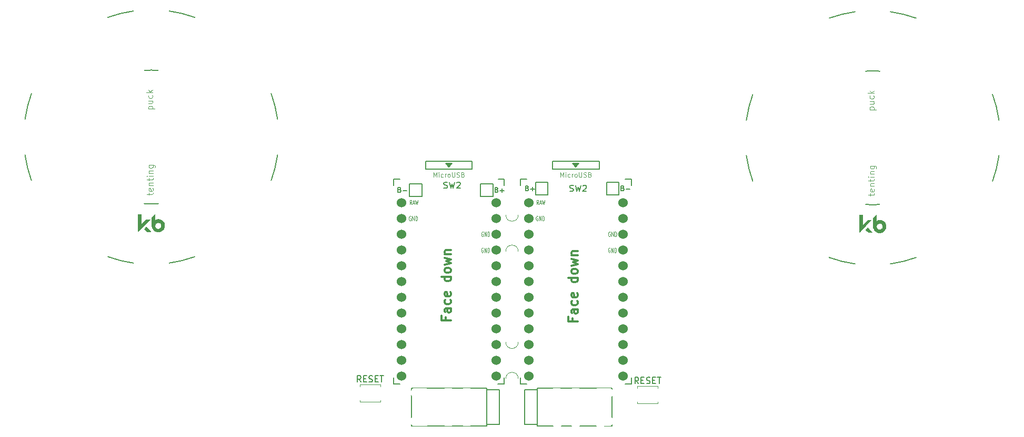
<source format=gto>
G04 #@! TF.GenerationSoftware,KiCad,Pcbnew,6.0.5*
G04 #@! TF.CreationDate,2022-08-03T13:04:35-04:00*
G04 #@! TF.ProjectId,sweep-high,73776565-702d-4686-9967-682e6b696361,rev?*
G04 #@! TF.SameCoordinates,Original*
G04 #@! TF.FileFunction,Legend,Top*
G04 #@! TF.FilePolarity,Positive*
%FSLAX46Y46*%
G04 Gerber Fmt 4.6, Leading zero omitted, Abs format (unit mm)*
G04 Created by KiCad (PCBNEW 6.0.5) date 2022-08-03 13:04:35*
%MOMM*%
%LPD*%
G01*
G04 APERTURE LIST*
%ADD10C,0.300000*%
%ADD11C,0.150000*%
%ADD12C,0.100000*%
%ADD13C,0.125000*%
%ADD14C,0.120000*%
%ADD15C,0.200000*%
%ADD16C,0.010000*%
%ADD17C,1.397000*%
%ADD18C,1.524000*%
%ADD19C,4.400000*%
%ADD20R,0.900000X0.900000*%
%ADD21R,0.900000X1.250000*%
%ADD22R,0.900000X1.700000*%
%ADD23C,0.800000*%
%ADD24O,2.000000X1.600000*%
%ADD25C,0.500000*%
%ADD26C,1.000000*%
G04 APERTURE END LIST*
D10*
X160002697Y-104372857D02*
X160002697Y-104872857D01*
X160788411Y-104872857D02*
X159288411Y-104872857D01*
X159288411Y-104158571D01*
X160788411Y-102944285D02*
X160002697Y-102944285D01*
X159859840Y-103015714D01*
X159788411Y-103158571D01*
X159788411Y-103444285D01*
X159859840Y-103587142D01*
X160716982Y-102944285D02*
X160788411Y-103087142D01*
X160788411Y-103444285D01*
X160716982Y-103587142D01*
X160574125Y-103658571D01*
X160431268Y-103658571D01*
X160288411Y-103587142D01*
X160216982Y-103444285D01*
X160216982Y-103087142D01*
X160145554Y-102944285D01*
X160716982Y-101587142D02*
X160788411Y-101730000D01*
X160788411Y-102015714D01*
X160716982Y-102158571D01*
X160645554Y-102230000D01*
X160502697Y-102301428D01*
X160074125Y-102301428D01*
X159931268Y-102230000D01*
X159859840Y-102158571D01*
X159788411Y-102015714D01*
X159788411Y-101730000D01*
X159859840Y-101587142D01*
X160716982Y-100372857D02*
X160788411Y-100515714D01*
X160788411Y-100801428D01*
X160716982Y-100944285D01*
X160574125Y-101015714D01*
X160002697Y-101015714D01*
X159859840Y-100944285D01*
X159788411Y-100801428D01*
X159788411Y-100515714D01*
X159859840Y-100372857D01*
X160002697Y-100301428D01*
X160145554Y-100301428D01*
X160288411Y-101015714D01*
X160788411Y-97872857D02*
X159288411Y-97872857D01*
X160716982Y-97872857D02*
X160788411Y-98015714D01*
X160788411Y-98301428D01*
X160716982Y-98444285D01*
X160645554Y-98515714D01*
X160502697Y-98587142D01*
X160074125Y-98587142D01*
X159931268Y-98515714D01*
X159859840Y-98444285D01*
X159788411Y-98301428D01*
X159788411Y-98015714D01*
X159859840Y-97872857D01*
X160788411Y-96944285D02*
X160716982Y-97087142D01*
X160645554Y-97158571D01*
X160502697Y-97230000D01*
X160074125Y-97230000D01*
X159931268Y-97158571D01*
X159859840Y-97087142D01*
X159788411Y-96944285D01*
X159788411Y-96730000D01*
X159859840Y-96587142D01*
X159931268Y-96515714D01*
X160074125Y-96444285D01*
X160502697Y-96444285D01*
X160645554Y-96515714D01*
X160716982Y-96587142D01*
X160788411Y-96730000D01*
X160788411Y-96944285D01*
X159788411Y-95944285D02*
X160788411Y-95658571D01*
X160074125Y-95372857D01*
X160788411Y-95087142D01*
X159788411Y-94801428D01*
X159788411Y-94230000D02*
X160788411Y-94230000D01*
X159931268Y-94230000D02*
X159859840Y-94158571D01*
X159788411Y-94015714D01*
X159788411Y-93801428D01*
X159859840Y-93658571D01*
X160002697Y-93587142D01*
X160788411Y-93587142D01*
X139592857Y-104202857D02*
X139592857Y-104702857D01*
X140378571Y-104702857D02*
X138878571Y-104702857D01*
X138878571Y-103988571D01*
X140378571Y-102774285D02*
X139592857Y-102774285D01*
X139450000Y-102845714D01*
X139378571Y-102988571D01*
X139378571Y-103274285D01*
X139450000Y-103417142D01*
X140307142Y-102774285D02*
X140378571Y-102917142D01*
X140378571Y-103274285D01*
X140307142Y-103417142D01*
X140164285Y-103488571D01*
X140021428Y-103488571D01*
X139878571Y-103417142D01*
X139807142Y-103274285D01*
X139807142Y-102917142D01*
X139735714Y-102774285D01*
X140307142Y-101417142D02*
X140378571Y-101560000D01*
X140378571Y-101845714D01*
X140307142Y-101988571D01*
X140235714Y-102060000D01*
X140092857Y-102131428D01*
X139664285Y-102131428D01*
X139521428Y-102060000D01*
X139450000Y-101988571D01*
X139378571Y-101845714D01*
X139378571Y-101560000D01*
X139450000Y-101417142D01*
X140307142Y-100202857D02*
X140378571Y-100345714D01*
X140378571Y-100631428D01*
X140307142Y-100774285D01*
X140164285Y-100845714D01*
X139592857Y-100845714D01*
X139450000Y-100774285D01*
X139378571Y-100631428D01*
X139378571Y-100345714D01*
X139450000Y-100202857D01*
X139592857Y-100131428D01*
X139735714Y-100131428D01*
X139878571Y-100845714D01*
X140378571Y-97702857D02*
X138878571Y-97702857D01*
X140307142Y-97702857D02*
X140378571Y-97845714D01*
X140378571Y-98131428D01*
X140307142Y-98274285D01*
X140235714Y-98345714D01*
X140092857Y-98417142D01*
X139664285Y-98417142D01*
X139521428Y-98345714D01*
X139450000Y-98274285D01*
X139378571Y-98131428D01*
X139378571Y-97845714D01*
X139450000Y-97702857D01*
X140378571Y-96774285D02*
X140307142Y-96917142D01*
X140235714Y-96988571D01*
X140092857Y-97060000D01*
X139664285Y-97060000D01*
X139521428Y-96988571D01*
X139450000Y-96917142D01*
X139378571Y-96774285D01*
X139378571Y-96560000D01*
X139450000Y-96417142D01*
X139521428Y-96345714D01*
X139664285Y-96274285D01*
X140092857Y-96274285D01*
X140235714Y-96345714D01*
X140307142Y-96417142D01*
X140378571Y-96560000D01*
X140378571Y-96774285D01*
X139378571Y-95774285D02*
X140378571Y-95488571D01*
X139664285Y-95202857D01*
X140378571Y-94917142D01*
X139378571Y-94631428D01*
X139378571Y-94060000D02*
X140378571Y-94060000D01*
X139521428Y-94060000D02*
X139450000Y-93988571D01*
X139378571Y-93845714D01*
X139378571Y-93631428D01*
X139450000Y-93488571D01*
X139592857Y-93417142D01*
X140378571Y-93417142D01*
D11*
X147776900Y-83677944D02*
X147893014Y-83716649D01*
X147931719Y-83755354D01*
X147970424Y-83832763D01*
X147970424Y-83948878D01*
X147931719Y-84026287D01*
X147893014Y-84064992D01*
X147815605Y-84103697D01*
X147505966Y-84103697D01*
X147505966Y-83290897D01*
X147776900Y-83290897D01*
X147854309Y-83329602D01*
X147893014Y-83368306D01*
X147931719Y-83445716D01*
X147931719Y-83523125D01*
X147893014Y-83600535D01*
X147854309Y-83639240D01*
X147776900Y-83677944D01*
X147505966Y-83677944D01*
X148318766Y-83794059D02*
X148938043Y-83794059D01*
X148628405Y-84103697D02*
X148628405Y-83484421D01*
X132155900Y-83677944D02*
X132272014Y-83716649D01*
X132310719Y-83755354D01*
X132349424Y-83832763D01*
X132349424Y-83948878D01*
X132310719Y-84026287D01*
X132272014Y-84064992D01*
X132194605Y-84103697D01*
X131884966Y-84103697D01*
X131884966Y-83290897D01*
X132155900Y-83290897D01*
X132233309Y-83329602D01*
X132272014Y-83368306D01*
X132310719Y-83445716D01*
X132310719Y-83523125D01*
X132272014Y-83600535D01*
X132233309Y-83639240D01*
X132155900Y-83677944D01*
X131884966Y-83677944D01*
X132697766Y-83794059D02*
X133317043Y-83794059D01*
D12*
X91797214Y-84542000D02*
X91797214Y-84161047D01*
X91463880Y-84399142D02*
X92321023Y-84399142D01*
X92416261Y-84351523D01*
X92463880Y-84256285D01*
X92463880Y-84161047D01*
X92416261Y-83446761D02*
X92463880Y-83542000D01*
X92463880Y-83732476D01*
X92416261Y-83827714D01*
X92321023Y-83875333D01*
X91940071Y-83875333D01*
X91844833Y-83827714D01*
X91797214Y-83732476D01*
X91797214Y-83542000D01*
X91844833Y-83446761D01*
X91940071Y-83399142D01*
X92035309Y-83399142D01*
X92130547Y-83875333D01*
X91797214Y-82970571D02*
X92463880Y-82970571D01*
X91892452Y-82970571D02*
X91844833Y-82922952D01*
X91797214Y-82827714D01*
X91797214Y-82684857D01*
X91844833Y-82589619D01*
X91940071Y-82542000D01*
X92463880Y-82542000D01*
X91797214Y-82208666D02*
X91797214Y-81827714D01*
X91463880Y-82065809D02*
X92321023Y-82065809D01*
X92416261Y-82018190D01*
X92463880Y-81922952D01*
X92463880Y-81827714D01*
X92463880Y-81494380D02*
X91797214Y-81494380D01*
X91463880Y-81494380D02*
X91511500Y-81542000D01*
X91559119Y-81494380D01*
X91511500Y-81446761D01*
X91463880Y-81494380D01*
X91559119Y-81494380D01*
X91797214Y-81018190D02*
X92463880Y-81018190D01*
X91892452Y-81018190D02*
X91844833Y-80970571D01*
X91797214Y-80875333D01*
X91797214Y-80732476D01*
X91844833Y-80637238D01*
X91940071Y-80589619D01*
X92463880Y-80589619D01*
X91797214Y-79684857D02*
X92606738Y-79684857D01*
X92701976Y-79732476D01*
X92749595Y-79780095D01*
X92797214Y-79875333D01*
X92797214Y-80018190D01*
X92749595Y-80113428D01*
X92416261Y-79684857D02*
X92463880Y-79780095D01*
X92463880Y-79970571D01*
X92416261Y-80065809D01*
X92368642Y-80113428D01*
X92273404Y-80161047D01*
X91987690Y-80161047D01*
X91892452Y-80113428D01*
X91844833Y-80065809D01*
X91797214Y-79970571D01*
X91797214Y-79780095D01*
X91844833Y-79684857D01*
X91733714Y-70651500D02*
X92733714Y-70651500D01*
X91781333Y-70651500D02*
X91733714Y-70556261D01*
X91733714Y-70365785D01*
X91781333Y-70270547D01*
X91828952Y-70222928D01*
X91924190Y-70175309D01*
X92209904Y-70175309D01*
X92305142Y-70222928D01*
X92352761Y-70270547D01*
X92400380Y-70365785D01*
X92400380Y-70556261D01*
X92352761Y-70651500D01*
X91733714Y-69318166D02*
X92400380Y-69318166D01*
X91733714Y-69746738D02*
X92257523Y-69746738D01*
X92352761Y-69699119D01*
X92400380Y-69603880D01*
X92400380Y-69461023D01*
X92352761Y-69365785D01*
X92305142Y-69318166D01*
X92352761Y-68413404D02*
X92400380Y-68508642D01*
X92400380Y-68699119D01*
X92352761Y-68794357D01*
X92305142Y-68841976D01*
X92209904Y-68889595D01*
X91924190Y-68889595D01*
X91828952Y-68841976D01*
X91781333Y-68794357D01*
X91733714Y-68699119D01*
X91733714Y-68508642D01*
X91781333Y-68413404D01*
X92400380Y-67984833D02*
X91400380Y-67984833D01*
X92019428Y-67889595D02*
X92400380Y-67603880D01*
X91733714Y-67603880D02*
X92114666Y-67984833D01*
D11*
X139268666Y-83394761D02*
X139411523Y-83442380D01*
X139649619Y-83442380D01*
X139744857Y-83394761D01*
X139792476Y-83347142D01*
X139840095Y-83251904D01*
X139840095Y-83156666D01*
X139792476Y-83061428D01*
X139744857Y-83013809D01*
X139649619Y-82966190D01*
X139459142Y-82918571D01*
X139363904Y-82870952D01*
X139316285Y-82823333D01*
X139268666Y-82728095D01*
X139268666Y-82632857D01*
X139316285Y-82537619D01*
X139363904Y-82490000D01*
X139459142Y-82442380D01*
X139697238Y-82442380D01*
X139840095Y-82490000D01*
X140173428Y-82442380D02*
X140411523Y-83442380D01*
X140602000Y-82728095D01*
X140792476Y-83442380D01*
X141030571Y-82442380D01*
X141363904Y-82537619D02*
X141411523Y-82490000D01*
X141506761Y-82442380D01*
X141744857Y-82442380D01*
X141840095Y-82490000D01*
X141887714Y-82537619D01*
X141935333Y-82632857D01*
X141935333Y-82728095D01*
X141887714Y-82870952D01*
X141316285Y-83442380D01*
X141935333Y-83442380D01*
D13*
X134078761Y-86065285D02*
X133912095Y-85708142D01*
X133793047Y-86065285D02*
X133793047Y-85315285D01*
X133983523Y-85315285D01*
X134031142Y-85351000D01*
X134054952Y-85386714D01*
X134078761Y-85458142D01*
X134078761Y-85565285D01*
X134054952Y-85636714D01*
X134031142Y-85672428D01*
X133983523Y-85708142D01*
X133793047Y-85708142D01*
X134269238Y-85851000D02*
X134507333Y-85851000D01*
X134221619Y-86065285D02*
X134388285Y-85315285D01*
X134554952Y-86065285D01*
X134674000Y-85315285D02*
X134793047Y-86065285D01*
X134888285Y-85529571D01*
X134983523Y-86065285D01*
X135102571Y-85315285D01*
X133943047Y-87961000D02*
X133895428Y-87925285D01*
X133824000Y-87925285D01*
X133752571Y-87961000D01*
X133704952Y-88032428D01*
X133681142Y-88103857D01*
X133657333Y-88246714D01*
X133657333Y-88353857D01*
X133681142Y-88496714D01*
X133704952Y-88568142D01*
X133752571Y-88639571D01*
X133824000Y-88675285D01*
X133871619Y-88675285D01*
X133943047Y-88639571D01*
X133966857Y-88603857D01*
X133966857Y-88353857D01*
X133871619Y-88353857D01*
X134181142Y-88675285D02*
X134181142Y-87925285D01*
X134466857Y-88675285D01*
X134466857Y-87925285D01*
X134704952Y-88675285D02*
X134704952Y-87925285D01*
X134824000Y-87925285D01*
X134895428Y-87961000D01*
X134943047Y-88032428D01*
X134966857Y-88103857D01*
X134990666Y-88246714D01*
X134990666Y-88353857D01*
X134966857Y-88496714D01*
X134943047Y-88568142D01*
X134895428Y-88639571D01*
X134824000Y-88675285D01*
X134704952Y-88675285D01*
D11*
D13*
X145593047Y-90491000D02*
X145545428Y-90455285D01*
X145474000Y-90455285D01*
X145402571Y-90491000D01*
X145354952Y-90562428D01*
X145331142Y-90633857D01*
X145307333Y-90776714D01*
X145307333Y-90883857D01*
X145331142Y-91026714D01*
X145354952Y-91098142D01*
X145402571Y-91169571D01*
X145474000Y-91205285D01*
X145521619Y-91205285D01*
X145593047Y-91169571D01*
X145616857Y-91133857D01*
X145616857Y-90883857D01*
X145521619Y-90883857D01*
X145831142Y-91205285D02*
X145831142Y-90455285D01*
X146116857Y-91205285D01*
X146116857Y-90455285D01*
X146354952Y-91205285D02*
X146354952Y-90455285D01*
X146474000Y-90455285D01*
X146545428Y-90491000D01*
X146593047Y-90562428D01*
X146616857Y-90633857D01*
X146640666Y-90776714D01*
X146640666Y-90883857D01*
X146616857Y-91026714D01*
X146593047Y-91098142D01*
X146545428Y-91169571D01*
X146474000Y-91205285D01*
X146354952Y-91205285D01*
X145573047Y-93071000D02*
X145525428Y-93035285D01*
X145454000Y-93035285D01*
X145382571Y-93071000D01*
X145334952Y-93142428D01*
X145311142Y-93213857D01*
X145287333Y-93356714D01*
X145287333Y-93463857D01*
X145311142Y-93606714D01*
X145334952Y-93678142D01*
X145382571Y-93749571D01*
X145454000Y-93785285D01*
X145501619Y-93785285D01*
X145573047Y-93749571D01*
X145596857Y-93713857D01*
X145596857Y-93463857D01*
X145501619Y-93463857D01*
X145811142Y-93785285D02*
X145811142Y-93035285D01*
X146096857Y-93785285D01*
X146096857Y-93035285D01*
X146334952Y-93785285D02*
X146334952Y-93035285D01*
X146454000Y-93035285D01*
X146525428Y-93071000D01*
X146573047Y-93142428D01*
X146596857Y-93213857D01*
X146620666Y-93356714D01*
X146620666Y-93463857D01*
X146596857Y-93606714D01*
X146573047Y-93678142D01*
X146525428Y-93749571D01*
X146454000Y-93785285D01*
X146334952Y-93785285D01*
D14*
X137597571Y-81635285D02*
X137597571Y-80885285D01*
X137847571Y-81421000D01*
X138097571Y-80885285D01*
X138097571Y-81635285D01*
X138454714Y-81635285D02*
X138454714Y-81135285D01*
X138454714Y-80885285D02*
X138419000Y-80921000D01*
X138454714Y-80956714D01*
X138490428Y-80921000D01*
X138454714Y-80885285D01*
X138454714Y-80956714D01*
X139133285Y-81599571D02*
X139061857Y-81635285D01*
X138919000Y-81635285D01*
X138847571Y-81599571D01*
X138811857Y-81563857D01*
X138776142Y-81492428D01*
X138776142Y-81278142D01*
X138811857Y-81206714D01*
X138847571Y-81171000D01*
X138919000Y-81135285D01*
X139061857Y-81135285D01*
X139133285Y-81171000D01*
X139454714Y-81635285D02*
X139454714Y-81135285D01*
X139454714Y-81278142D02*
X139490428Y-81206714D01*
X139526142Y-81171000D01*
X139597571Y-81135285D01*
X139669000Y-81135285D01*
X140026142Y-81635285D02*
X139954714Y-81599571D01*
X139919000Y-81563857D01*
X139883285Y-81492428D01*
X139883285Y-81278142D01*
X139919000Y-81206714D01*
X139954714Y-81171000D01*
X140026142Y-81135285D01*
X140133285Y-81135285D01*
X140204714Y-81171000D01*
X140240428Y-81206714D01*
X140276142Y-81278142D01*
X140276142Y-81492428D01*
X140240428Y-81563857D01*
X140204714Y-81599571D01*
X140133285Y-81635285D01*
X140026142Y-81635285D01*
X140597571Y-80885285D02*
X140597571Y-81492428D01*
X140633285Y-81563857D01*
X140669000Y-81599571D01*
X140740428Y-81635285D01*
X140883285Y-81635285D01*
X140954714Y-81599571D01*
X140990428Y-81563857D01*
X141026142Y-81492428D01*
X141026142Y-80885285D01*
X141347571Y-81599571D02*
X141454714Y-81635285D01*
X141633285Y-81635285D01*
X141704714Y-81599571D01*
X141740428Y-81563857D01*
X141776142Y-81492428D01*
X141776142Y-81421000D01*
X141740428Y-81349571D01*
X141704714Y-81313857D01*
X141633285Y-81278142D01*
X141490428Y-81242428D01*
X141419000Y-81206714D01*
X141383285Y-81171000D01*
X141347571Y-81099571D01*
X141347571Y-81028142D01*
X141383285Y-80956714D01*
X141419000Y-80921000D01*
X141490428Y-80885285D01*
X141669000Y-80885285D01*
X141776142Y-80921000D01*
X142347571Y-81242428D02*
X142454714Y-81278142D01*
X142490428Y-81313857D01*
X142526142Y-81385285D01*
X142526142Y-81492428D01*
X142490428Y-81563857D01*
X142454714Y-81599571D01*
X142383285Y-81635285D01*
X142097571Y-81635285D01*
X142097571Y-80885285D01*
X142347571Y-80885285D01*
X142419000Y-80921000D01*
X142454714Y-80956714D01*
X142490428Y-81028142D01*
X142490428Y-81099571D01*
X142454714Y-81171000D01*
X142419000Y-81206714D01*
X142347571Y-81242428D01*
X142097571Y-81242428D01*
D11*
X168046735Y-83423944D02*
X168162849Y-83462649D01*
X168201554Y-83501354D01*
X168240259Y-83578763D01*
X168240259Y-83694878D01*
X168201554Y-83772287D01*
X168162849Y-83810992D01*
X168085440Y-83849697D01*
X167775801Y-83849697D01*
X167775801Y-83036897D01*
X168046735Y-83036897D01*
X168124144Y-83075602D01*
X168162849Y-83114306D01*
X168201554Y-83191716D01*
X168201554Y-83269125D01*
X168162849Y-83346535D01*
X168124144Y-83385240D01*
X168046735Y-83423944D01*
X167775801Y-83423944D01*
X168588601Y-83540059D02*
X169207878Y-83540059D01*
X152679735Y-83423944D02*
X152795849Y-83462649D01*
X152834554Y-83501354D01*
X152873259Y-83578763D01*
X152873259Y-83694878D01*
X152834554Y-83772287D01*
X152795849Y-83810992D01*
X152718440Y-83849697D01*
X152408801Y-83849697D01*
X152408801Y-83036897D01*
X152679735Y-83036897D01*
X152757144Y-83075602D01*
X152795849Y-83114306D01*
X152834554Y-83191716D01*
X152834554Y-83269125D01*
X152795849Y-83346535D01*
X152757144Y-83385240D01*
X152679735Y-83423944D01*
X152408801Y-83423944D01*
X153221601Y-83540059D02*
X153840878Y-83540059D01*
X153531240Y-83849697D02*
X153531240Y-83230421D01*
D12*
X207865054Y-84669000D02*
X207865054Y-84288047D01*
X207531720Y-84526142D02*
X208388863Y-84526142D01*
X208484101Y-84478523D01*
X208531720Y-84383285D01*
X208531720Y-84288047D01*
X208484101Y-83573761D02*
X208531720Y-83669000D01*
X208531720Y-83859476D01*
X208484101Y-83954714D01*
X208388863Y-84002333D01*
X208007911Y-84002333D01*
X207912673Y-83954714D01*
X207865054Y-83859476D01*
X207865054Y-83669000D01*
X207912673Y-83573761D01*
X208007911Y-83526142D01*
X208103149Y-83526142D01*
X208198387Y-84002333D01*
X207865054Y-83097571D02*
X208531720Y-83097571D01*
X207960292Y-83097571D02*
X207912673Y-83049952D01*
X207865054Y-82954714D01*
X207865054Y-82811857D01*
X207912673Y-82716619D01*
X208007911Y-82669000D01*
X208531720Y-82669000D01*
X207865054Y-82335666D02*
X207865054Y-81954714D01*
X207531720Y-82192809D02*
X208388863Y-82192809D01*
X208484101Y-82145190D01*
X208531720Y-82049952D01*
X208531720Y-81954714D01*
X208531720Y-81621380D02*
X207865054Y-81621380D01*
X207531720Y-81621380D02*
X207579340Y-81669000D01*
X207626959Y-81621380D01*
X207579340Y-81573761D01*
X207531720Y-81621380D01*
X207626959Y-81621380D01*
X207865054Y-81145190D02*
X208531720Y-81145190D01*
X207960292Y-81145190D02*
X207912673Y-81097571D01*
X207865054Y-81002333D01*
X207865054Y-80859476D01*
X207912673Y-80764238D01*
X208007911Y-80716619D01*
X208531720Y-80716619D01*
X207865054Y-79811857D02*
X208674578Y-79811857D01*
X208769816Y-79859476D01*
X208817435Y-79907095D01*
X208865054Y-80002333D01*
X208865054Y-80145190D01*
X208817435Y-80240428D01*
X208484101Y-79811857D02*
X208531720Y-79907095D01*
X208531720Y-80097571D01*
X208484101Y-80192809D01*
X208436482Y-80240428D01*
X208341244Y-80288047D01*
X208055530Y-80288047D01*
X207960292Y-80240428D01*
X207912673Y-80192809D01*
X207865054Y-80097571D01*
X207865054Y-79907095D01*
X207912673Y-79811857D01*
X207801554Y-70778500D02*
X208801554Y-70778500D01*
X207849173Y-70778500D02*
X207801554Y-70683261D01*
X207801554Y-70492785D01*
X207849173Y-70397547D01*
X207896792Y-70349928D01*
X207992030Y-70302309D01*
X208277744Y-70302309D01*
X208372982Y-70349928D01*
X208420601Y-70397547D01*
X208468220Y-70492785D01*
X208468220Y-70683261D01*
X208420601Y-70778500D01*
X207801554Y-69445166D02*
X208468220Y-69445166D01*
X207801554Y-69873738D02*
X208325363Y-69873738D01*
X208420601Y-69826119D01*
X208468220Y-69730880D01*
X208468220Y-69588023D01*
X208420601Y-69492785D01*
X208372982Y-69445166D01*
X208420601Y-68540404D02*
X208468220Y-68635642D01*
X208468220Y-68826119D01*
X208420601Y-68921357D01*
X208372982Y-68968976D01*
X208277744Y-69016595D01*
X207992030Y-69016595D01*
X207896792Y-68968976D01*
X207849173Y-68921357D01*
X207801554Y-68826119D01*
X207801554Y-68635642D01*
X207849173Y-68540404D01*
X208468220Y-68111833D02*
X207468220Y-68111833D01*
X208087268Y-68016595D02*
X208468220Y-67730880D01*
X207801554Y-67730880D02*
X208182506Y-68111833D01*
D11*
X159538506Y-83902761D02*
X159681363Y-83950380D01*
X159919459Y-83950380D01*
X160014697Y-83902761D01*
X160062316Y-83855142D01*
X160109935Y-83759904D01*
X160109935Y-83664666D01*
X160062316Y-83569428D01*
X160014697Y-83521809D01*
X159919459Y-83474190D01*
X159728982Y-83426571D01*
X159633744Y-83378952D01*
X159586125Y-83331333D01*
X159538506Y-83236095D01*
X159538506Y-83140857D01*
X159586125Y-83045619D01*
X159633744Y-82998000D01*
X159728982Y-82950380D01*
X159967078Y-82950380D01*
X160109935Y-82998000D01*
X160443268Y-82950380D02*
X160681363Y-83950380D01*
X160871840Y-83236095D01*
X161062316Y-83950380D01*
X161300411Y-82950380D01*
X161633744Y-83045619D02*
X161681363Y-82998000D01*
X161776601Y-82950380D01*
X162014697Y-82950380D01*
X162109935Y-82998000D01*
X162157554Y-83045619D01*
X162205173Y-83140857D01*
X162205173Y-83236095D01*
X162157554Y-83378952D01*
X161586125Y-83950380D01*
X162205173Y-83950380D01*
D13*
X154502601Y-86065285D02*
X154335935Y-85708142D01*
X154216887Y-86065285D02*
X154216887Y-85315285D01*
X154407363Y-85315285D01*
X154454982Y-85351000D01*
X154478792Y-85386714D01*
X154502601Y-85458142D01*
X154502601Y-85565285D01*
X154478792Y-85636714D01*
X154454982Y-85672428D01*
X154407363Y-85708142D01*
X154216887Y-85708142D01*
X154693078Y-85851000D02*
X154931173Y-85851000D01*
X154645459Y-86065285D02*
X154812125Y-85315285D01*
X154978792Y-86065285D01*
X155097840Y-85315285D02*
X155216887Y-86065285D01*
X155312125Y-85529571D01*
X155407363Y-86065285D01*
X155526411Y-85315285D01*
X165996887Y-93071000D02*
X165949268Y-93035285D01*
X165877840Y-93035285D01*
X165806411Y-93071000D01*
X165758792Y-93142428D01*
X165734982Y-93213857D01*
X165711173Y-93356714D01*
X165711173Y-93463857D01*
X165734982Y-93606714D01*
X165758792Y-93678142D01*
X165806411Y-93749571D01*
X165877840Y-93785285D01*
X165925459Y-93785285D01*
X165996887Y-93749571D01*
X166020697Y-93713857D01*
X166020697Y-93463857D01*
X165925459Y-93463857D01*
X166234982Y-93785285D02*
X166234982Y-93035285D01*
X166520697Y-93785285D01*
X166520697Y-93035285D01*
X166758792Y-93785285D02*
X166758792Y-93035285D01*
X166877840Y-93035285D01*
X166949268Y-93071000D01*
X166996887Y-93142428D01*
X167020697Y-93213857D01*
X167044506Y-93356714D01*
X167044506Y-93463857D01*
X167020697Y-93606714D01*
X166996887Y-93678142D01*
X166949268Y-93749571D01*
X166877840Y-93785285D01*
X166758792Y-93785285D01*
X166016887Y-90491000D02*
X165969268Y-90455285D01*
X165897840Y-90455285D01*
X165826411Y-90491000D01*
X165778792Y-90562428D01*
X165754982Y-90633857D01*
X165731173Y-90776714D01*
X165731173Y-90883857D01*
X165754982Y-91026714D01*
X165778792Y-91098142D01*
X165826411Y-91169571D01*
X165897840Y-91205285D01*
X165945459Y-91205285D01*
X166016887Y-91169571D01*
X166040697Y-91133857D01*
X166040697Y-90883857D01*
X165945459Y-90883857D01*
X166254982Y-91205285D02*
X166254982Y-90455285D01*
X166540697Y-91205285D01*
X166540697Y-90455285D01*
X166778792Y-91205285D02*
X166778792Y-90455285D01*
X166897840Y-90455285D01*
X166969268Y-90491000D01*
X167016887Y-90562428D01*
X167040697Y-90633857D01*
X167064506Y-90776714D01*
X167064506Y-90883857D01*
X167040697Y-91026714D01*
X167016887Y-91098142D01*
X166969268Y-91169571D01*
X166897840Y-91205285D01*
X166778792Y-91205285D01*
X154366887Y-87961000D02*
X154319268Y-87925285D01*
X154247840Y-87925285D01*
X154176411Y-87961000D01*
X154128792Y-88032428D01*
X154104982Y-88103857D01*
X154081173Y-88246714D01*
X154081173Y-88353857D01*
X154104982Y-88496714D01*
X154128792Y-88568142D01*
X154176411Y-88639571D01*
X154247840Y-88675285D01*
X154295459Y-88675285D01*
X154366887Y-88639571D01*
X154390697Y-88603857D01*
X154390697Y-88353857D01*
X154295459Y-88353857D01*
X154604982Y-88675285D02*
X154604982Y-87925285D01*
X154890697Y-88675285D01*
X154890697Y-87925285D01*
X155128792Y-88675285D02*
X155128792Y-87925285D01*
X155247840Y-87925285D01*
X155319268Y-87961000D01*
X155366887Y-88032428D01*
X155390697Y-88103857D01*
X155414506Y-88246714D01*
X155414506Y-88353857D01*
X155390697Y-88496714D01*
X155366887Y-88568142D01*
X155319268Y-88639571D01*
X155247840Y-88675285D01*
X155128792Y-88675285D01*
D11*
D14*
X158021411Y-81635285D02*
X158021411Y-80885285D01*
X158271411Y-81421000D01*
X158521411Y-80885285D01*
X158521411Y-81635285D01*
X158878554Y-81635285D02*
X158878554Y-81135285D01*
X158878554Y-80885285D02*
X158842840Y-80921000D01*
X158878554Y-80956714D01*
X158914268Y-80921000D01*
X158878554Y-80885285D01*
X158878554Y-80956714D01*
X159557125Y-81599571D02*
X159485697Y-81635285D01*
X159342840Y-81635285D01*
X159271411Y-81599571D01*
X159235697Y-81563857D01*
X159199982Y-81492428D01*
X159199982Y-81278142D01*
X159235697Y-81206714D01*
X159271411Y-81171000D01*
X159342840Y-81135285D01*
X159485697Y-81135285D01*
X159557125Y-81171000D01*
X159878554Y-81635285D02*
X159878554Y-81135285D01*
X159878554Y-81278142D02*
X159914268Y-81206714D01*
X159949982Y-81171000D01*
X160021411Y-81135285D01*
X160092840Y-81135285D01*
X160449982Y-81635285D02*
X160378554Y-81599571D01*
X160342840Y-81563857D01*
X160307125Y-81492428D01*
X160307125Y-81278142D01*
X160342840Y-81206714D01*
X160378554Y-81171000D01*
X160449982Y-81135285D01*
X160557125Y-81135285D01*
X160628554Y-81171000D01*
X160664268Y-81206714D01*
X160699982Y-81278142D01*
X160699982Y-81492428D01*
X160664268Y-81563857D01*
X160628554Y-81599571D01*
X160557125Y-81635285D01*
X160449982Y-81635285D01*
X161021411Y-80885285D02*
X161021411Y-81492428D01*
X161057125Y-81563857D01*
X161092840Y-81599571D01*
X161164268Y-81635285D01*
X161307125Y-81635285D01*
X161378554Y-81599571D01*
X161414268Y-81563857D01*
X161449982Y-81492428D01*
X161449982Y-80885285D01*
X161771411Y-81599571D02*
X161878554Y-81635285D01*
X162057125Y-81635285D01*
X162128554Y-81599571D01*
X162164268Y-81563857D01*
X162199982Y-81492428D01*
X162199982Y-81421000D01*
X162164268Y-81349571D01*
X162128554Y-81313857D01*
X162057125Y-81278142D01*
X161914268Y-81242428D01*
X161842840Y-81206714D01*
X161807125Y-81171000D01*
X161771411Y-81099571D01*
X161771411Y-81028142D01*
X161807125Y-80956714D01*
X161842840Y-80921000D01*
X161914268Y-80885285D01*
X162092840Y-80885285D01*
X162199982Y-80921000D01*
X162771411Y-81242428D02*
X162878554Y-81278142D01*
X162914268Y-81313857D01*
X162949982Y-81385285D01*
X162949982Y-81492428D01*
X162914268Y-81563857D01*
X162878554Y-81599571D01*
X162807125Y-81635285D01*
X162521411Y-81635285D01*
X162521411Y-80885285D01*
X162771411Y-80885285D01*
X162842840Y-80921000D01*
X162878554Y-80956714D01*
X162914268Y-81028142D01*
X162914268Y-81099571D01*
X162878554Y-81171000D01*
X162842840Y-81206714D01*
X162771411Y-81242428D01*
X162521411Y-81242428D01*
D11*
X125941619Y-114668380D02*
X125608285Y-114192190D01*
X125370190Y-114668380D02*
X125370190Y-113668380D01*
X125751142Y-113668380D01*
X125846380Y-113716000D01*
X125894000Y-113763619D01*
X125941619Y-113858857D01*
X125941619Y-114001714D01*
X125894000Y-114096952D01*
X125846380Y-114144571D01*
X125751142Y-114192190D01*
X125370190Y-114192190D01*
X126370190Y-114144571D02*
X126703523Y-114144571D01*
X126846380Y-114668380D02*
X126370190Y-114668380D01*
X126370190Y-113668380D01*
X126846380Y-113668380D01*
X127227333Y-114620761D02*
X127370190Y-114668380D01*
X127608285Y-114668380D01*
X127703523Y-114620761D01*
X127751142Y-114573142D01*
X127798761Y-114477904D01*
X127798761Y-114382666D01*
X127751142Y-114287428D01*
X127703523Y-114239809D01*
X127608285Y-114192190D01*
X127417809Y-114144571D01*
X127322571Y-114096952D01*
X127274952Y-114049333D01*
X127227333Y-113954095D01*
X127227333Y-113858857D01*
X127274952Y-113763619D01*
X127322571Y-113716000D01*
X127417809Y-113668380D01*
X127655904Y-113668380D01*
X127798761Y-113716000D01*
X128227333Y-114144571D02*
X128560666Y-114144571D01*
X128703523Y-114668380D02*
X128227333Y-114668380D01*
X128227333Y-113668380D01*
X128703523Y-113668380D01*
X128989238Y-113668380D02*
X129560666Y-113668380D01*
X129274952Y-114668380D02*
X129274952Y-113668380D01*
X170595459Y-114922380D02*
X170262125Y-114446190D01*
X170024030Y-114922380D02*
X170024030Y-113922380D01*
X170404982Y-113922380D01*
X170500220Y-113970000D01*
X170547840Y-114017619D01*
X170595459Y-114112857D01*
X170595459Y-114255714D01*
X170547840Y-114350952D01*
X170500220Y-114398571D01*
X170404982Y-114446190D01*
X170024030Y-114446190D01*
X171024030Y-114398571D02*
X171357363Y-114398571D01*
X171500220Y-114922380D02*
X171024030Y-114922380D01*
X171024030Y-113922380D01*
X171500220Y-113922380D01*
X171881173Y-114874761D02*
X172024030Y-114922380D01*
X172262125Y-114922380D01*
X172357363Y-114874761D01*
X172404982Y-114827142D01*
X172452601Y-114731904D01*
X172452601Y-114636666D01*
X172404982Y-114541428D01*
X172357363Y-114493809D01*
X172262125Y-114446190D01*
X172071649Y-114398571D01*
X171976411Y-114350952D01*
X171928792Y-114303333D01*
X171881173Y-114208095D01*
X171881173Y-114112857D01*
X171928792Y-114017619D01*
X171976411Y-113970000D01*
X172071649Y-113922380D01*
X172309744Y-113922380D01*
X172452601Y-113970000D01*
X172881173Y-114398571D02*
X173214506Y-114398571D01*
X173357363Y-114922380D02*
X172881173Y-114922380D01*
X172881173Y-113922380D01*
X173357363Y-113922380D01*
X173643078Y-113922380D02*
X174214506Y-113922380D01*
X173928792Y-114922380D02*
X173928792Y-113922380D01*
X147190005Y-84736002D02*
X147190005Y-82736002D01*
X147190005Y-82736002D02*
X145190005Y-82736002D01*
X145190005Y-84736002D02*
X147190005Y-84736002D01*
X145190005Y-82736002D02*
X145190005Y-84736002D01*
X135760005Y-82736002D02*
X133760005Y-82736002D01*
X135760005Y-84736002D02*
X135760005Y-82736002D01*
X133760005Y-84736002D02*
X135760005Y-84736002D01*
X133760005Y-82736002D02*
X133760005Y-84736002D01*
D15*
X93330385Y-64448137D02*
G75*
G03*
X92202000Y-64389000I-1128385J-10735763D01*
G01*
X112522000Y-72326500D02*
G75*
G03*
X111488135Y-68175955I-20320019J-2857506D01*
G01*
X89344500Y-54864000D02*
G75*
G03*
X85193952Y-55897866I2857496J-20319983D01*
G01*
X71882000Y-78041500D02*
G75*
G03*
X72915866Y-82192047I20319953J2857490D01*
G01*
X111488135Y-82192046D02*
G75*
G03*
X112522000Y-78041500I-19286185J7008058D01*
G01*
X92202000Y-85979001D02*
G75*
G03*
X93330385Y-85919864I0J10794901D01*
G01*
X99210047Y-55897866D02*
G75*
G03*
X95059500Y-54864000I-7008047J-19286134D01*
G01*
X95059500Y-95504000D02*
G75*
G03*
X99210047Y-94470134I-2857500J20320000D01*
G01*
X85193954Y-94470135D02*
G75*
G03*
X89344500Y-95504000I7008046J19286135D01*
G01*
X91073615Y-85919864D02*
G75*
G03*
X92202000Y-85979000I1128379J10735785D01*
G01*
X92202000Y-64389000D02*
G75*
G03*
X91073615Y-64448136I-6J-10794921D01*
G01*
X72915866Y-68175952D02*
G75*
G03*
X71882000Y-72326500I19286117J-7008044D01*
G01*
G36*
X91382025Y-89672398D02*
G01*
X91404728Y-89695261D01*
X91439207Y-89730792D01*
X91483476Y-89776884D01*
X91535543Y-89831430D01*
X91593422Y-89892324D01*
X91655121Y-89957459D01*
X91718654Y-90024729D01*
X91782029Y-90092027D01*
X91843259Y-90157246D01*
X91900355Y-90218281D01*
X91951327Y-90273024D01*
X91994187Y-90319369D01*
X92026945Y-90355209D01*
X92047613Y-90378438D01*
X92049906Y-90381129D01*
X92078207Y-90414764D01*
X91458193Y-90414764D01*
X91284843Y-90238695D01*
X91231101Y-90183952D01*
X91180818Y-90132439D01*
X91137002Y-90087259D01*
X91102656Y-90051513D01*
X91080788Y-90028304D01*
X91077611Y-90024812D01*
X91043729Y-89986997D01*
X91204764Y-89825653D01*
X91254477Y-89776198D01*
X91298701Y-89732873D01*
X91334848Y-89698160D01*
X91360330Y-89674540D01*
X91372559Y-89664492D01*
X91373090Y-89664309D01*
X91382025Y-89672398D01*
G37*
D16*
X91382025Y-89672398D02*
X91404728Y-89695261D01*
X91439207Y-89730792D01*
X91483476Y-89776884D01*
X91535543Y-89831430D01*
X91593422Y-89892324D01*
X91655121Y-89957459D01*
X91718654Y-90024729D01*
X91782029Y-90092027D01*
X91843259Y-90157246D01*
X91900355Y-90218281D01*
X91951327Y-90273024D01*
X91994187Y-90319369D01*
X92026945Y-90355209D01*
X92047613Y-90378438D01*
X92049906Y-90381129D01*
X92078207Y-90414764D01*
X91458193Y-90414764D01*
X91284843Y-90238695D01*
X91231101Y-90183952D01*
X91180818Y-90132439D01*
X91137002Y-90087259D01*
X91102656Y-90051513D01*
X91080788Y-90028304D01*
X91077611Y-90024812D01*
X91043729Y-89986997D01*
X91204764Y-89825653D01*
X91254477Y-89776198D01*
X91298701Y-89732873D01*
X91334848Y-89698160D01*
X91360330Y-89674540D01*
X91372559Y-89664492D01*
X91373090Y-89664309D01*
X91382025Y-89672398D01*
G36*
X92275889Y-89368589D02*
G01*
X92274486Y-89261960D01*
X92273442Y-89139304D01*
X92272778Y-89002032D01*
X92272517Y-88851558D01*
X92272514Y-88839822D01*
X92272427Y-88148108D01*
X92780131Y-87638082D01*
X92780279Y-88131650D01*
X92780471Y-88235890D01*
X92780960Y-88332635D01*
X92781710Y-88419521D01*
X92782686Y-88494183D01*
X92783855Y-88554258D01*
X92785182Y-88597381D01*
X92786631Y-88621188D01*
X92787539Y-88625218D01*
X92799970Y-88618904D01*
X92824816Y-88602561D01*
X92848950Y-88585359D01*
X92963647Y-88514637D01*
X93085863Y-88465533D01*
X93216246Y-88437857D01*
X93355447Y-88431419D01*
X93373259Y-88432087D01*
X93462894Y-88438639D01*
X93539377Y-88450576D01*
X93611029Y-88470068D01*
X93686167Y-88499285D01*
X93756018Y-88531924D01*
X93883951Y-88607217D01*
X93996871Y-88699197D01*
X94093765Y-88806186D01*
X94173623Y-88926511D01*
X94235433Y-89058496D01*
X94278185Y-89200465D01*
X94300866Y-89350744D01*
X94304427Y-89440414D01*
X94294136Y-89592892D01*
X94262780Y-89737456D01*
X94209635Y-89876692D01*
X94152380Y-89983611D01*
X94066668Y-90103904D01*
X93965055Y-90208753D01*
X93849722Y-90297075D01*
X93722847Y-90367789D01*
X93586611Y-90419812D01*
X93443192Y-90452065D01*
X93294771Y-90463464D01*
X93194525Y-90458981D01*
X93049917Y-90434100D01*
X92909349Y-90387825D01*
X92776176Y-90321846D01*
X92653756Y-90237849D01*
X92545444Y-90137523D01*
X92537050Y-90128357D01*
X92455919Y-90024237D01*
X92386227Y-89906055D01*
X92331061Y-89780192D01*
X92293508Y-89653032D01*
X92284639Y-89606582D01*
X92282026Y-89578187D01*
X92279681Y-89528115D01*
X92278212Y-89477781D01*
X92774550Y-89477781D01*
X92785122Y-89575330D01*
X92815554Y-89669349D01*
X92844208Y-89723494D01*
X92911142Y-89811777D01*
X92990623Y-89882654D01*
X93080055Y-89935147D01*
X93176841Y-89968279D01*
X93278382Y-89981073D01*
X93382083Y-89972552D01*
X93454910Y-89953264D01*
X93497907Y-89937178D01*
X93538812Y-89919818D01*
X93554979Y-89912042D01*
X93600265Y-89881038D01*
X93649588Y-89834844D01*
X93697645Y-89779388D01*
X93739130Y-89720594D01*
X93760618Y-89682267D01*
X93780799Y-89638021D01*
X93793444Y-89599413D01*
X93800801Y-89557121D01*
X93805119Y-89501818D01*
X93805401Y-89496528D01*
X93802033Y-89389283D01*
X93779177Y-89291391D01*
X93735525Y-89197968D01*
X93717755Y-89169439D01*
X93653213Y-89091535D01*
X93574396Y-89029365D01*
X93484760Y-88983869D01*
X93387761Y-88955991D01*
X93286857Y-88946671D01*
X93185505Y-88956853D01*
X93087159Y-88987478D01*
X93073156Y-88993764D01*
X92985204Y-89046713D01*
X92911214Y-89114927D01*
X92852171Y-89195273D01*
X92809058Y-89284620D01*
X92782856Y-89379833D01*
X92774550Y-89477781D01*
X92278212Y-89477781D01*
X92277628Y-89457778D01*
X92275889Y-89368589D01*
G37*
X92275889Y-89368589D02*
X92274486Y-89261960D01*
X92273442Y-89139304D01*
X92272778Y-89002032D01*
X92272517Y-88851558D01*
X92272514Y-88839822D01*
X92272427Y-88148108D01*
X92780131Y-87638082D01*
X92780279Y-88131650D01*
X92780471Y-88235890D01*
X92780960Y-88332635D01*
X92781710Y-88419521D01*
X92782686Y-88494183D01*
X92783855Y-88554258D01*
X92785182Y-88597381D01*
X92786631Y-88621188D01*
X92787539Y-88625218D01*
X92799970Y-88618904D01*
X92824816Y-88602561D01*
X92848950Y-88585359D01*
X92963647Y-88514637D01*
X93085863Y-88465533D01*
X93216246Y-88437857D01*
X93355447Y-88431419D01*
X93373259Y-88432087D01*
X93462894Y-88438639D01*
X93539377Y-88450576D01*
X93611029Y-88470068D01*
X93686167Y-88499285D01*
X93756018Y-88531924D01*
X93883951Y-88607217D01*
X93996871Y-88699197D01*
X94093765Y-88806186D01*
X94173623Y-88926511D01*
X94235433Y-89058496D01*
X94278185Y-89200465D01*
X94300866Y-89350744D01*
X94304427Y-89440414D01*
X94294136Y-89592892D01*
X94262780Y-89737456D01*
X94209635Y-89876692D01*
X94152380Y-89983611D01*
X94066668Y-90103904D01*
X93965055Y-90208753D01*
X93849722Y-90297075D01*
X93722847Y-90367789D01*
X93586611Y-90419812D01*
X93443192Y-90452065D01*
X93294771Y-90463464D01*
X93194525Y-90458981D01*
X93049917Y-90434100D01*
X92909349Y-90387825D01*
X92776176Y-90321846D01*
X92653756Y-90237849D01*
X92545444Y-90137523D01*
X92537050Y-90128357D01*
X92455919Y-90024237D01*
X92386227Y-89906055D01*
X92331061Y-89780192D01*
X92293508Y-89653032D01*
X92284639Y-89606582D01*
X92282026Y-89578187D01*
X92279681Y-89528115D01*
X92278212Y-89477781D01*
X92774550Y-89477781D01*
X92785122Y-89575330D01*
X92815554Y-89669349D01*
X92844208Y-89723494D01*
X92911142Y-89811777D01*
X92990623Y-89882654D01*
X93080055Y-89935147D01*
X93176841Y-89968279D01*
X93278382Y-89981073D01*
X93382083Y-89972552D01*
X93454910Y-89953264D01*
X93497907Y-89937178D01*
X93538812Y-89919818D01*
X93554979Y-89912042D01*
X93600265Y-89881038D01*
X93649588Y-89834844D01*
X93697645Y-89779388D01*
X93739130Y-89720594D01*
X93760618Y-89682267D01*
X93780799Y-89638021D01*
X93793444Y-89599413D01*
X93800801Y-89557121D01*
X93805119Y-89501818D01*
X93805401Y-89496528D01*
X93802033Y-89389283D01*
X93779177Y-89291391D01*
X93735525Y-89197968D01*
X93717755Y-89169439D01*
X93653213Y-89091535D01*
X93574396Y-89029365D01*
X93484760Y-88983869D01*
X93387761Y-88955991D01*
X93286857Y-88946671D01*
X93185505Y-88956853D01*
X93087159Y-88987478D01*
X93073156Y-88993764D01*
X92985204Y-89046713D01*
X92911214Y-89114927D01*
X92852171Y-89195273D01*
X92809058Y-89284620D01*
X92782856Y-89379833D01*
X92774550Y-89477781D01*
X92278212Y-89477781D01*
X92277628Y-89457778D01*
X92275889Y-89368589D01*
G36*
X90575245Y-89265867D02*
G01*
X91378191Y-88463167D01*
X91666559Y-88466261D01*
X91954927Y-88469354D01*
X91107703Y-89329491D01*
X90989778Y-89449214D01*
X90874979Y-89565763D01*
X90764525Y-89677903D01*
X90659633Y-89784396D01*
X90561521Y-89884007D01*
X90471406Y-89975500D01*
X90390507Y-90057637D01*
X90320040Y-90129182D01*
X90261224Y-90188900D01*
X90215277Y-90235554D01*
X90183416Y-90267907D01*
X90169635Y-90281903D01*
X90078791Y-90374179D01*
X90078791Y-87632309D01*
X90575245Y-87632309D01*
X90575245Y-89265867D01*
G37*
X90575245Y-89265867D02*
X91378191Y-88463167D01*
X91666559Y-88466261D01*
X91954927Y-88469354D01*
X91107703Y-89329491D01*
X90989778Y-89449214D01*
X90874979Y-89565763D01*
X90764525Y-89677903D01*
X90659633Y-89784396D01*
X90561521Y-89884007D01*
X90471406Y-89975500D01*
X90390507Y-90057637D01*
X90320040Y-90129182D01*
X90261224Y-90188900D01*
X90215277Y-90235554D01*
X90183416Y-90267907D01*
X90169635Y-90281903D01*
X90078791Y-90374179D01*
X90078791Y-87632309D01*
X90575245Y-87632309D01*
X90575245Y-89265867D01*
D14*
X125744000Y-117902000D02*
X129044000Y-117902000D01*
X125744000Y-115402000D02*
X125744000Y-115102000D01*
X125744000Y-117602000D02*
X125744000Y-117902000D01*
X129044000Y-115102000D02*
X129044000Y-115402000D01*
X125744000Y-115102000D02*
X129044000Y-115102000D01*
X129044000Y-117902000D02*
X129044000Y-117602000D01*
D11*
X148994000Y-81946000D02*
X148994000Y-82946000D01*
X131194000Y-113946000D02*
X131194000Y-114996000D01*
X131194000Y-114996000D02*
X132194000Y-114996000D01*
X148994000Y-114996000D02*
X147984000Y-114996000D01*
X143844000Y-79046000D02*
X136344000Y-79046000D01*
X140094000Y-80046000D02*
X139594000Y-79396000D01*
X139744000Y-79546000D02*
X140444000Y-79546000D01*
X148994000Y-81946000D02*
X148044000Y-81946000D01*
X139594000Y-79396000D02*
X140594000Y-79396000D01*
X143844000Y-80346000D02*
X143844000Y-79046000D01*
X136344000Y-79046000D02*
X136344000Y-80346000D01*
X136344000Y-80346000D02*
X143844000Y-80346000D01*
X139944000Y-79846000D02*
X140244000Y-79846000D01*
X131194000Y-81946000D02*
X131194000Y-82946000D01*
X139844000Y-79696000D02*
X140344000Y-79696000D01*
X140594000Y-79396000D02*
X140094000Y-80046000D01*
X131194000Y-81946000D02*
X132194000Y-81946000D01*
X148994000Y-113996000D02*
X148994000Y-114996000D01*
X167459840Y-82482002D02*
X165459840Y-82482002D01*
X167459840Y-84482002D02*
X167459840Y-82482002D01*
X165459840Y-82482002D02*
X165459840Y-84482002D01*
X165459840Y-84482002D02*
X167459840Y-84482002D01*
D14*
X173697840Y-118156000D02*
X173697840Y-117856000D01*
X170397840Y-115656000D02*
X170397840Y-115356000D01*
X173697840Y-115356000D02*
X173697840Y-115656000D01*
X170397840Y-115356000D02*
X173697840Y-115356000D01*
X170397840Y-117856000D02*
X170397840Y-118156000D01*
X170397840Y-118156000D02*
X173697840Y-118156000D01*
D11*
X154029840Y-84482002D02*
X156029840Y-84482002D01*
X156029840Y-82482002D02*
X154029840Y-82482002D01*
X154029840Y-82482002D02*
X154029840Y-84482002D01*
X156029840Y-84482002D02*
X156029840Y-82482002D01*
D15*
X209398225Y-64575137D02*
G75*
G03*
X208269840Y-64516000I-1128385J-10735763D01*
G01*
X211127340Y-95631000D02*
G75*
G03*
X215277887Y-94597134I-2857500J20320000D01*
G01*
X188983706Y-68302952D02*
G75*
G03*
X187949840Y-72453500I19286117J-7008044D01*
G01*
X207141455Y-86046864D02*
G75*
G03*
X208269840Y-86106000I1128379J10735785D01*
G01*
X205412340Y-54991000D02*
G75*
G03*
X201261792Y-56024866I2857496J-20319983D01*
G01*
X208269840Y-64516000D02*
G75*
G03*
X207141455Y-64575136I-6J-10794921D01*
G01*
X208269840Y-86106001D02*
G75*
G03*
X209398225Y-86046864I0J10794901D01*
G01*
X215277887Y-56024866D02*
G75*
G03*
X211127340Y-54991000I-7008047J-19286134D01*
G01*
X187949840Y-78168500D02*
G75*
G03*
X188983706Y-82319047I20319953J2857490D01*
G01*
X228589840Y-72453500D02*
G75*
G03*
X227555975Y-68302955I-20320019J-2857506D01*
G01*
X201261794Y-94597135D02*
G75*
G03*
X205412340Y-95631000I7008046J19286135D01*
G01*
X227555975Y-82319046D02*
G75*
G03*
X228589840Y-78168500I-19286185J7008058D01*
G01*
G36*
X206643085Y-89392867D02*
G01*
X207446031Y-88590167D01*
X207734399Y-88593261D01*
X208022767Y-88596354D01*
X207175543Y-89456491D01*
X207057618Y-89576214D01*
X206942819Y-89692763D01*
X206832365Y-89804903D01*
X206727473Y-89911396D01*
X206629361Y-90011007D01*
X206539246Y-90102500D01*
X206458347Y-90184637D01*
X206387880Y-90256182D01*
X206329064Y-90315900D01*
X206283117Y-90362554D01*
X206251256Y-90394907D01*
X206237475Y-90408903D01*
X206146631Y-90501179D01*
X206146631Y-87759309D01*
X206643085Y-87759309D01*
X206643085Y-89392867D01*
G37*
D16*
X206643085Y-89392867D02*
X207446031Y-88590167D01*
X207734399Y-88593261D01*
X208022767Y-88596354D01*
X207175543Y-89456491D01*
X207057618Y-89576214D01*
X206942819Y-89692763D01*
X206832365Y-89804903D01*
X206727473Y-89911396D01*
X206629361Y-90011007D01*
X206539246Y-90102500D01*
X206458347Y-90184637D01*
X206387880Y-90256182D01*
X206329064Y-90315900D01*
X206283117Y-90362554D01*
X206251256Y-90394907D01*
X206237475Y-90408903D01*
X206146631Y-90501179D01*
X206146631Y-87759309D01*
X206643085Y-87759309D01*
X206643085Y-89392867D01*
G36*
X208343729Y-89495589D02*
G01*
X208342326Y-89388960D01*
X208341282Y-89266304D01*
X208340618Y-89129032D01*
X208340357Y-88978558D01*
X208340354Y-88966822D01*
X208340267Y-88275108D01*
X208847971Y-87765082D01*
X208848119Y-88258650D01*
X208848311Y-88362890D01*
X208848800Y-88459635D01*
X208849550Y-88546521D01*
X208850526Y-88621183D01*
X208851695Y-88681258D01*
X208853022Y-88724381D01*
X208854471Y-88748188D01*
X208855379Y-88752218D01*
X208867810Y-88745904D01*
X208892656Y-88729561D01*
X208916790Y-88712359D01*
X209031487Y-88641637D01*
X209153703Y-88592533D01*
X209284086Y-88564857D01*
X209423287Y-88558419D01*
X209441099Y-88559087D01*
X209530734Y-88565639D01*
X209607217Y-88577576D01*
X209678869Y-88597068D01*
X209754007Y-88626285D01*
X209823858Y-88658924D01*
X209951791Y-88734217D01*
X210064711Y-88826197D01*
X210161605Y-88933186D01*
X210241463Y-89053511D01*
X210303273Y-89185496D01*
X210346025Y-89327465D01*
X210368706Y-89477744D01*
X210372267Y-89567414D01*
X210361976Y-89719892D01*
X210330620Y-89864456D01*
X210277475Y-90003692D01*
X210220220Y-90110611D01*
X210134508Y-90230904D01*
X210032895Y-90335753D01*
X209917562Y-90424075D01*
X209790687Y-90494789D01*
X209654451Y-90546812D01*
X209511032Y-90579065D01*
X209362611Y-90590464D01*
X209262365Y-90585981D01*
X209117757Y-90561100D01*
X208977189Y-90514825D01*
X208844016Y-90448846D01*
X208721596Y-90364849D01*
X208613284Y-90264523D01*
X208604890Y-90255357D01*
X208523759Y-90151237D01*
X208454067Y-90033055D01*
X208398901Y-89907192D01*
X208361348Y-89780032D01*
X208352479Y-89733582D01*
X208349866Y-89705187D01*
X208347521Y-89655115D01*
X208346052Y-89604781D01*
X208842390Y-89604781D01*
X208852962Y-89702330D01*
X208883394Y-89796349D01*
X208912048Y-89850494D01*
X208978982Y-89938777D01*
X209058463Y-90009654D01*
X209147895Y-90062147D01*
X209244681Y-90095279D01*
X209346222Y-90108073D01*
X209449923Y-90099552D01*
X209522750Y-90080264D01*
X209565747Y-90064178D01*
X209606652Y-90046818D01*
X209622819Y-90039042D01*
X209668105Y-90008038D01*
X209717428Y-89961844D01*
X209765485Y-89906388D01*
X209806970Y-89847594D01*
X209828458Y-89809267D01*
X209848639Y-89765021D01*
X209861284Y-89726413D01*
X209868641Y-89684121D01*
X209872959Y-89628818D01*
X209873241Y-89623528D01*
X209869873Y-89516283D01*
X209847017Y-89418391D01*
X209803365Y-89324968D01*
X209785595Y-89296439D01*
X209721053Y-89218535D01*
X209642236Y-89156365D01*
X209552600Y-89110869D01*
X209455601Y-89082991D01*
X209354697Y-89073671D01*
X209253345Y-89083853D01*
X209154999Y-89114478D01*
X209140996Y-89120764D01*
X209053044Y-89173713D01*
X208979054Y-89241927D01*
X208920011Y-89322273D01*
X208876898Y-89411620D01*
X208850696Y-89506833D01*
X208842390Y-89604781D01*
X208346052Y-89604781D01*
X208345468Y-89584778D01*
X208343729Y-89495589D01*
G37*
X208343729Y-89495589D02*
X208342326Y-89388960D01*
X208341282Y-89266304D01*
X208340618Y-89129032D01*
X208340357Y-88978558D01*
X208340354Y-88966822D01*
X208340267Y-88275108D01*
X208847971Y-87765082D01*
X208848119Y-88258650D01*
X208848311Y-88362890D01*
X208848800Y-88459635D01*
X208849550Y-88546521D01*
X208850526Y-88621183D01*
X208851695Y-88681258D01*
X208853022Y-88724381D01*
X208854471Y-88748188D01*
X208855379Y-88752218D01*
X208867810Y-88745904D01*
X208892656Y-88729561D01*
X208916790Y-88712359D01*
X209031487Y-88641637D01*
X209153703Y-88592533D01*
X209284086Y-88564857D01*
X209423287Y-88558419D01*
X209441099Y-88559087D01*
X209530734Y-88565639D01*
X209607217Y-88577576D01*
X209678869Y-88597068D01*
X209754007Y-88626285D01*
X209823858Y-88658924D01*
X209951791Y-88734217D01*
X210064711Y-88826197D01*
X210161605Y-88933186D01*
X210241463Y-89053511D01*
X210303273Y-89185496D01*
X210346025Y-89327465D01*
X210368706Y-89477744D01*
X210372267Y-89567414D01*
X210361976Y-89719892D01*
X210330620Y-89864456D01*
X210277475Y-90003692D01*
X210220220Y-90110611D01*
X210134508Y-90230904D01*
X210032895Y-90335753D01*
X209917562Y-90424075D01*
X209790687Y-90494789D01*
X209654451Y-90546812D01*
X209511032Y-90579065D01*
X209362611Y-90590464D01*
X209262365Y-90585981D01*
X209117757Y-90561100D01*
X208977189Y-90514825D01*
X208844016Y-90448846D01*
X208721596Y-90364849D01*
X208613284Y-90264523D01*
X208604890Y-90255357D01*
X208523759Y-90151237D01*
X208454067Y-90033055D01*
X208398901Y-89907192D01*
X208361348Y-89780032D01*
X208352479Y-89733582D01*
X208349866Y-89705187D01*
X208347521Y-89655115D01*
X208346052Y-89604781D01*
X208842390Y-89604781D01*
X208852962Y-89702330D01*
X208883394Y-89796349D01*
X208912048Y-89850494D01*
X208978982Y-89938777D01*
X209058463Y-90009654D01*
X209147895Y-90062147D01*
X209244681Y-90095279D01*
X209346222Y-90108073D01*
X209449923Y-90099552D01*
X209522750Y-90080264D01*
X209565747Y-90064178D01*
X209606652Y-90046818D01*
X209622819Y-90039042D01*
X209668105Y-90008038D01*
X209717428Y-89961844D01*
X209765485Y-89906388D01*
X209806970Y-89847594D01*
X209828458Y-89809267D01*
X209848639Y-89765021D01*
X209861284Y-89726413D01*
X209868641Y-89684121D01*
X209872959Y-89628818D01*
X209873241Y-89623528D01*
X209869873Y-89516283D01*
X209847017Y-89418391D01*
X209803365Y-89324968D01*
X209785595Y-89296439D01*
X209721053Y-89218535D01*
X209642236Y-89156365D01*
X209552600Y-89110869D01*
X209455601Y-89082991D01*
X209354697Y-89073671D01*
X209253345Y-89083853D01*
X209154999Y-89114478D01*
X209140996Y-89120764D01*
X209053044Y-89173713D01*
X208979054Y-89241927D01*
X208920011Y-89322273D01*
X208876898Y-89411620D01*
X208850696Y-89506833D01*
X208842390Y-89604781D01*
X208346052Y-89604781D01*
X208345468Y-89584778D01*
X208343729Y-89495589D01*
G36*
X207449865Y-89799398D02*
G01*
X207472568Y-89822261D01*
X207507047Y-89857792D01*
X207551316Y-89903884D01*
X207603383Y-89958430D01*
X207661262Y-90019324D01*
X207722961Y-90084459D01*
X207786494Y-90151729D01*
X207849869Y-90219027D01*
X207911099Y-90284246D01*
X207968195Y-90345281D01*
X208019167Y-90400024D01*
X208062027Y-90446369D01*
X208094785Y-90482209D01*
X208115453Y-90505438D01*
X208117746Y-90508129D01*
X208146047Y-90541764D01*
X207526033Y-90541764D01*
X207352683Y-90365695D01*
X207298941Y-90310952D01*
X207248658Y-90259439D01*
X207204842Y-90214259D01*
X207170496Y-90178513D01*
X207148628Y-90155304D01*
X207145451Y-90151812D01*
X207111569Y-90113997D01*
X207272604Y-89952653D01*
X207322317Y-89903198D01*
X207366541Y-89859873D01*
X207402688Y-89825160D01*
X207428170Y-89801540D01*
X207440399Y-89791492D01*
X207440930Y-89791309D01*
X207449865Y-89799398D01*
G37*
X207449865Y-89799398D02*
X207472568Y-89822261D01*
X207507047Y-89857792D01*
X207551316Y-89903884D01*
X207603383Y-89958430D01*
X207661262Y-90019324D01*
X207722961Y-90084459D01*
X207786494Y-90151729D01*
X207849869Y-90219027D01*
X207911099Y-90284246D01*
X207968195Y-90345281D01*
X208019167Y-90400024D01*
X208062027Y-90446369D01*
X208094785Y-90482209D01*
X208115453Y-90505438D01*
X208117746Y-90508129D01*
X208146047Y-90541764D01*
X207526033Y-90541764D01*
X207352683Y-90365695D01*
X207298941Y-90310952D01*
X207248658Y-90259439D01*
X207204842Y-90214259D01*
X207170496Y-90178513D01*
X207148628Y-90155304D01*
X207145451Y-90151812D01*
X207111569Y-90113997D01*
X207272604Y-89952653D01*
X207322317Y-89903198D01*
X207366541Y-89859873D01*
X207402688Y-89825160D01*
X207428170Y-89801540D01*
X207440399Y-89791492D01*
X207440930Y-89791309D01*
X207449865Y-89799398D01*
D11*
X154267840Y-115684000D02*
X154267840Y-121784000D01*
X154267840Y-115684000D02*
X166367840Y-115684000D01*
X154267840Y-115934000D02*
X152267840Y-115934000D01*
X152267840Y-115934000D02*
X152267840Y-121534000D01*
X154267840Y-121534000D02*
X152267840Y-121534000D01*
X154267840Y-121784000D02*
X166367840Y-121784000D01*
X166367840Y-115684000D02*
X166367840Y-121784000D01*
X160367840Y-79846000D02*
X160667840Y-79846000D01*
X169417840Y-113996000D02*
X169417840Y-114996000D01*
X169417840Y-114996000D02*
X168407840Y-114996000D01*
X156767840Y-80346000D02*
X164267840Y-80346000D01*
X151617840Y-81946000D02*
X152617840Y-81946000D01*
X156767840Y-79046000D02*
X156767840Y-80346000D01*
X160017840Y-79396000D02*
X161017840Y-79396000D01*
X160267840Y-79696000D02*
X160767840Y-79696000D01*
X160167840Y-79546000D02*
X160867840Y-79546000D01*
X151617840Y-81946000D02*
X151617840Y-82946000D01*
X169417840Y-81946000D02*
X169417840Y-82946000D01*
X151617840Y-114996000D02*
X152617840Y-114996000D01*
X151617840Y-113946000D02*
X151617840Y-114996000D01*
X169417840Y-81946000D02*
X168467840Y-81946000D01*
X164267840Y-80346000D02*
X164267840Y-79046000D01*
X160517840Y-80046000D02*
X160017840Y-79396000D01*
X161017840Y-79396000D02*
X160517840Y-80046000D01*
X164267840Y-79046000D02*
X156767840Y-79046000D01*
D12*
X151241000Y-93599000D02*
G75*
G03*
X149241000Y-93599000I-1000000J0D01*
G01*
X149241000Y-87757000D02*
G75*
G03*
X151241000Y-87757000I1000000J0D01*
G01*
X151241000Y-114109500D02*
G75*
G03*
X149241000Y-114109500I-1000000J0D01*
G01*
X149241000Y-108267500D02*
G75*
G03*
X151241000Y-108267500I1000000J0D01*
G01*
D11*
X146190000Y-121784000D02*
X134090000Y-121784000D01*
X146190000Y-121784000D02*
X146190000Y-115684000D01*
X134090000Y-121784000D02*
X134090000Y-115684000D01*
X148190000Y-121534000D02*
X148190000Y-115934000D01*
X146190000Y-121534000D02*
X148190000Y-121534000D01*
X146190000Y-115934000D02*
X148190000Y-115934000D01*
X146190000Y-115684000D02*
X134090000Y-115684000D01*
D17*
X146190005Y-83736002D03*
X134760005Y-83736002D03*
D18*
X147705400Y-85768000D03*
X147705400Y-88308000D03*
X147705400Y-90848000D03*
X147705400Y-93388000D03*
X147705400Y-95928000D03*
X147705400Y-98468000D03*
X147705400Y-101008000D03*
X147705400Y-103548000D03*
X147705400Y-106088000D03*
X147705400Y-108628000D03*
X147705400Y-111168000D03*
X147705400Y-113708000D03*
X132485400Y-113708000D03*
X132485400Y-111168000D03*
X132485400Y-108628000D03*
X132485400Y-106088000D03*
X132485400Y-103548000D03*
X132485400Y-101008000D03*
X132485400Y-98468000D03*
X132485400Y-95928000D03*
X132485400Y-93388000D03*
X132485400Y-90848000D03*
X132485400Y-88308000D03*
X132485400Y-85768000D03*
D17*
X166459840Y-83482002D03*
X155029840Y-83482002D03*
D18*
X168129240Y-85768000D03*
X168129240Y-88308000D03*
X168129240Y-90848000D03*
X168129240Y-93388000D03*
X168129240Y-95928000D03*
X168129240Y-98468000D03*
X168129240Y-101008000D03*
X168129240Y-103548000D03*
X168129240Y-106088000D03*
X168129240Y-108628000D03*
X168129240Y-111168000D03*
X168129240Y-113708000D03*
X152909240Y-113708000D03*
X152909240Y-111168000D03*
X152909240Y-108628000D03*
X152909240Y-106088000D03*
X152909240Y-103548000D03*
X152909240Y-101008000D03*
X152909240Y-98468000D03*
X152909240Y-95928000D03*
X152909240Y-93388000D03*
X152909240Y-90848000D03*
X152909240Y-88308000D03*
X152909240Y-85768000D03*
%LPC*%
D17*
X146190005Y-83736002D03*
X134760005Y-83736002D03*
D19*
X92202000Y-94234000D03*
X92202000Y-56134000D03*
X111252000Y-75184000D03*
X73152000Y-75184000D03*
D20*
X136902000Y-82890000D03*
X136902000Y-85090000D03*
X144302000Y-85090000D03*
X144302000Y-82890000D03*
D21*
X142852000Y-86065000D03*
X139852000Y-86065000D03*
X138352000Y-86065000D03*
D22*
X125694000Y-116502000D03*
X129094000Y-116502000D03*
D17*
X166459840Y-83482002D03*
D22*
X170347840Y-116756000D03*
X173747840Y-116756000D03*
D17*
X155029840Y-83482002D03*
D19*
X208269840Y-56261000D03*
X189219840Y-75311000D03*
X208269840Y-94361000D03*
X227319840Y-75311000D03*
D20*
X164571840Y-85598000D03*
X164571840Y-83398000D03*
X157171840Y-83398000D03*
X157171840Y-85598000D03*
D21*
X163121840Y-86573000D03*
X160121840Y-86573000D03*
X158621840Y-86573000D03*
D23*
X155867840Y-118734000D03*
X162867840Y-118734000D03*
D24*
X160467840Y-116434000D03*
X160487840Y-121064000D03*
X157487840Y-121064000D03*
X157467840Y-116434000D03*
X165567840Y-121034000D03*
X165587840Y-116464000D03*
X164467840Y-116434000D03*
X164487840Y-121064000D03*
D25*
X151257000Y-92710000D03*
X149225000Y-88646000D03*
X149225000Y-91694000D03*
X149225000Y-90678000D03*
X151257000Y-91694000D03*
X151257000Y-90678000D03*
X151257000Y-89662000D03*
X149225000Y-92710000D03*
X151257000Y-88646000D03*
X149225000Y-89662000D03*
X149225000Y-109156500D03*
X151257000Y-112204500D03*
X151257000Y-110172500D03*
X151257000Y-109156500D03*
X149225000Y-110172500D03*
X151257000Y-111188500D03*
X149225000Y-113220500D03*
X151257000Y-113220500D03*
X149225000Y-111188500D03*
X149225000Y-112204500D03*
D23*
X137590000Y-118734000D03*
X144590000Y-118734000D03*
D24*
X139990000Y-121034000D03*
X139970000Y-116404000D03*
X142990000Y-121034000D03*
X142970000Y-116404000D03*
X134870000Y-121004000D03*
X134890000Y-116434000D03*
X135970000Y-116404000D03*
X135990000Y-121034000D03*
D26*
X142102000Y-83990000D03*
X139102000Y-83990000D03*
X159371840Y-84498000D03*
X162371840Y-84498000D03*
M02*

</source>
